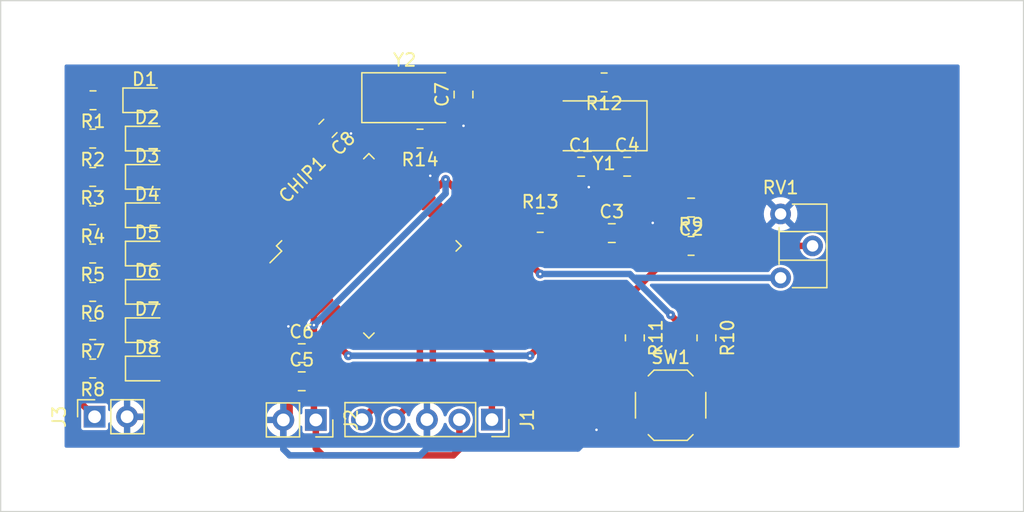
<source format=kicad_pcb>
(kicad_pcb (version 20221018) (generator pcbnew)
  (layers (0 "F.Cu" signal) (31 "B.Cu" signal) (34 "B.Paste" user) (35 "F.Paste" user) (36 "B.SilkS" user "B.Silkscreen") (37 "F.SilkS" user "F.Silkscreen") (38 "B.Mask" user) (39 "F.Mask" user) (44 "Edge.Cuts" user))
  (net 0 "")
  (net 1 "RA6")
  (net 2 "GND")
  (net 3 "Net-(C2-Pad1)")
  (net 4 "RA7")
  (net 5 "VCC")
  (net 6 "Net-(C7-Pad2)")
  (net 7 "RC1")
  (net 8 "RC7")
  (net 9 "RD4")
  (net 10 "RD5")
  (net 11 "RD6")
  (net 12 "RD7")
  (net 13 "RB0")
  (net 14 "RB1")
  (net 15 "RB2")
  (net 16 "RB3")
  (net 19 "RB4")
  (net 20 "RB5")
  (net 21 "RB6")
  (net 22 "RB7")
  (net 23 "Net-(CHIP1-RE3{slash}~MCLR{slash}VPP)")
  (net 24 "RA0")
  (net 25 "RA1")
  (net 26 "RA2")
  (net 27 "RA3")
  (net 28 "RA4")
  (net 29 "RA5")
  (net 30 "RE0")
  (net 31 "RE1")
  (net 32 "RE2")
  (net 33 "RC0")
  (net 36 "RC2")
  (net 37 "RC3")
  (net 38 "RD0")
  (net 39 "RD1")
  (net 40 "RD2")
  (net 41 "RD3")
  (net 42 "RC4")
  (net 43 "RC5")
  (net 44 "RC6")
  (net 45 "Net-(D1-K)")
  (net 46 "Net-(D2-K)")
  (net 47 "Net-(D3-K)")
  (net 48 "Net-(D4-K)")
  (net 49 "Net-(D5-K)")
  (net 50 "Net-(D6-K)")
  (net 51 "Net-(D7-K)")
  (net 52 "Net-(D8-K)")
  (net 53 "Net-(J3-Pin_1)")
  (net 54 "Net-(R10-Pad2)")
  (footprint "Connector_PinSocket_2.54mm:PinSocket_1x02_P2.54mm_Vertical" (layer "F.Cu") (at 74.65 82.825 -90)
    (fp_text reference "J2" (at 0 -2.77 90) (layer "F.SilkS"))
    (fp_text value "Header 2/SM")
    (fp_line (start -1.33 1.27) (end -1.33 3.87) (stroke (width 0.12)) (layer "F.SilkS"))
    (fp_line (start -1.33 1.27) (end 1.33 1.27) (stroke (width 0.12)) (layer "F.SilkS"))
    (fp_line (start -1.33 3.87) (end 1.33 3.87) (stroke (width 0.12)) (layer "F.SilkS"))
    (fp_line (start 0 -1.33) (end 1.33 -1.33) (stroke (width 0.12)) (layer "F.SilkS"))
    (fp_line (start 1.33 -1.33) (end 1.33 0) (stroke (width 0.12)) (layer "F.SilkS"))
    (fp_line (start 1.33 1.27) (end 1.33 3.87) (stroke (width 0.12)) (layer "F.SilkS"))
    (pad "1" thru_hole rect (at 0 0 270) (size 1.7 1.7) (drill 1) (layers "*.Cu" "*.Mask") (net 5 "VCC"))
    (pad "2" thru_hole oval (at 0 2.54 270) (size 1.7 1.7) (drill 1) (layers "*.Cu" "*.Mask") (net 2 "GND"))
  )
  (footprint "Resistor_SMD:R_0805_2012Metric" (layer "F.Cu") (at 57.225 57.8 180)
    (fp_text reference "R1" (at 0 -1.65) (layer "F.SilkS"))
    (fp_text value "750")
    (fp_line (start -0.227064 -0.735) (end 0.227064 -0.735) (stroke (width 0.12)) (layer "F.SilkS"))
    (fp_line (start -0.227064 0.735) (end 0.227064 0.735) (stroke (width 0.12)) (layer "F.SilkS"))
    (pad "1" smd roundrect (at -0.9125 0 180) (size 1.025 1.4) (layers "F.Cu" "F.Paste" "F.Mask") (roundrect_rratio 0.243902439) (net 45 "Net-(D1-K)"))
    (pad "2" smd roundrect (at 0.9125 0 180) (size 1.025 1.4) (layers "F.Cu" "F.Paste" "F.Mask") (roundrect_rratio 0.243902439) (net 53 "Net-(J3-Pin_1)"))
  )
  (footprint "Resistor_SMD:R_0805_2012Metric" (layer "F.Cu") (at 57.2 75.8 180)
    (fp_text reference "R7" (at 0 -1.65) (layer "F.SilkS"))
    (fp_text value "750")
    (fp_line (start -0.227064 -0.735) (end 0.227064 -0.735) (stroke (width 0.12)) (layer "F.SilkS"))
    (fp_line (start -0.227064 0.735) (end 0.227064 0.735) (stroke (width 0.12)) (layer "F.SilkS"))
    (pad "1" smd roundrect (at -0.9125 0 180) (size 1.025 1.4) (layers "F.Cu" "F.Paste" "F.Mask") (roundrect_rratio 0.243902439) (net 51 "Net-(D7-K)"))
    (pad "2" smd roundrect (at 0.9125 0 180) (size 1.025 1.4) (layers "F.Cu" "F.Paste" "F.Mask") (roundrect_rratio 0.243902439) (net 53 "Net-(J3-Pin_1)"))
  )
  (footprint "Resistor_SMD:R_0805_2012Metric" (layer "F.Cu") (at 82.8 60.8 180)
    (fp_text reference "R14" (at 0 -1.65) (layer "F.SilkS"))
    (fp_text value "220k")
    (fp_line (start -0.227064 -0.735) (end 0.227064 -0.735) (stroke (width 0.12)) (layer "F.SilkS"))
    (fp_line (start -0.227064 0.735) (end 0.227064 0.735) (stroke (width 0.12)) (layer "F.SilkS"))
    (pad "1" smd roundrect (at -0.9125 0 180) (size 1.025 1.4) (layers "F.Cu" "F.Paste" "F.Mask") (roundrect_rratio 0.243902439) (net 6 "Net-(C7-Pad2)"))
    (pad "2" smd roundrect (at 0.9125 0 180) (size 1.025 1.4) (layers "F.Cu" "F.Paste" "F.Mask") (roundrect_rratio 0.243902439) (net 33 "RC0"))
  )
  (footprint "Crystal:Crystal_SMD_0603-2Pin_6.0x3.5mm" (layer "F.Cu") (at 81.6 57.6)
    (fp_text reference "Y2" (at 0 -2.95) (layer "F.SilkS"))
    (fp_text value "Crystal")
    (fp_line (start -3.35 -1.95) (end -3.35 1.95) (stroke (width 0.12)) (layer "F.SilkS"))
    (fp_line (start -3.35 1.95) (end 3.2 1.95) (stroke (width 0.12)) (layer "F.SilkS"))
    (fp_line (start 3.2 -1.95) (end -3.35 -1.95) (stroke (width 0.12)) (layer "F.SilkS"))
    (pad "1" smd rect (at -2.2 0) (size 1.9 2.5) (layers "F.Cu" "F.Paste" "F.Mask") (net 7 "RC1"))
    (pad "2" smd rect (at 2.2 0) (size 1.9 2.5) (layers "F.Cu" "F.Paste" "F.Mask") (net 6 "Net-(C7-Pad2)"))
  )
  (footprint "Capacitor_SMD:C_0805_2012Metric" (layer "F.Cu") (at 73.55 79.8)
    (fp_text reference "C5" (at 0 -1.68) (layer "F.SilkS"))
    (fp_text value "C")
    (fp_line (start -0.261252 -0.735) (end 0.261252 -0.735) (stroke (width 0.12)) (layer "F.SilkS"))
    (fp_line (start -0.261252 0.735) (end 0.261252 0.735) (stroke (width 0.12)) (layer "F.SilkS"))
    (pad "1" smd roundrect (at -0.95 0) (size 1 1.45) (layers "F.Cu" "F.Paste" "F.Mask") (net 2 "GND"))
    (pad "2" smd roundrect (at 0.95 0) (size 1 1.45) (layers "F.Cu" "F.Paste" "F.Mask") (net 5 "VCC"))
  )
  (footprint "Capacitor_SMD:C_0805_2012Metric" (layer "F.Cu") (at 86.2 57.35 90)
    (fp_text reference "C7" (at 0 -1.68 90) (layer "F.SilkS"))
    (fp_text value "C")
    (fp_line (start -0.261252 -0.735) (end 0.261252 -0.735) (stroke (width 0.12)) (layer "F.SilkS"))
    (fp_line (start -0.261252 0.735) (end 0.261252 0.735) (stroke (width 0.12)) (layer "F.SilkS"))
    (pad "1" smd roundrect (at -0.95 0 90) (size 1 1.45) (layers "F.Cu" "F.Paste" "F.Mask") (net 2 "GND"))
    (pad "2" smd roundrect (at 0.95 0 90) (size 1 1.45) (layers "F.Cu" "F.Paste" "F.Mask") (net 6 "Net-(C7-Pad2)"))
  )
  (footprint "Diode_SMD:D_0805_2012Metric" (layer "F.Cu") (at 61.45 69.8)
    (fp_text reference "D5" (at 0 -1.65) (layer "F.SilkS"))
    (fp_text value "LED")
    (fp_line (start -1.685 -0.96) (end -1.685 0.96) (stroke (width 0.12)) (layer "F.SilkS"))
    (fp_line (start -1.685 0.96) (end 1 0.96) (stroke (width 0.12)) (layer "F.SilkS"))
    (fp_line (start 1 -0.96) (end -1.685 -0.96) (stroke (width 0.12)) (layer "F.SilkS"))
    (pad "1" smd roundrect (at -0.9375 0) (size 0.975 1.4) (layers "F.Cu" "F.Paste" "F.Mask") (net 49 "Net-(D5-K)"))
    (pad "2" smd roundrect (at 0.9375 0) (size 0.975 1.4) (layers "F.Cu" "F.Paste" "F.Mask") (net 9 "RD4"))
  )
  (footprint "Diode_SMD:D_0805_2012Metric" (layer "F.Cu") (at 61.45 60.8)
    (fp_text reference "D2" (at 0 -1.65) (layer "F.SilkS"))
    (fp_text value "LED")
    (fp_line (start -1.685 -0.96) (end -1.685 0.96) (stroke (width 0.12)) (layer "F.SilkS"))
    (fp_line (start -1.685 0.96) (end 1 0.96) (stroke (width 0.12)) (layer "F.SilkS"))
    (fp_line (start 1 -0.96) (end -1.685 -0.96) (stroke (width 0.12)) (layer "F.SilkS"))
    (pad "1" smd roundrect (at -0.9375 0) (size 0.975 1.4) (layers "F.Cu" "F.Paste" "F.Mask") (net 46 "Net-(D2-K)"))
    (pad "2" smd roundrect (at 0.9375 0) (size 0.975 1.4) (layers "F.Cu" "F.Paste" "F.Mask") (net 39 "RD1"))
  )
  (footprint "Resistor_SMD:R_0805_2012Metric" (layer "F.Cu") (at 57.2 69.8 180)
    (fp_text reference "R5" (at 0 -1.65) (layer "F.SilkS"))
    (fp_text value "750")
    (fp_line (start -0.227064 -0.735) (end 0.227064 -0.735) (stroke (width 0.12)) (layer "F.SilkS"))
    (fp_line (start -0.227064 0.735) (end 0.227064 0.735) (stroke (width 0.12)) (layer "F.SilkS"))
    (pad "1" smd roundrect (at -0.9125 0 180) (size 1.025 1.4) (layers "F.Cu" "F.Paste" "F.Mask") (roundrect_rratio 0.243902439) (net 49 "Net-(D5-K)"))
    (pad "2" smd roundrect (at 0.9125 0 180) (size 1.025 1.4) (layers "F.Cu" "F.Paste" "F.Mask") (roundrect_rratio 0.243902439) (net 53 "Net-(J3-Pin_1)"))
  )
  (footprint "Diode_SMD:D_0805_2012Metric" (layer "F.Cu") (at 61.45 66.8)
    (fp_text reference "D4" (at 0 -1.65) (layer "F.SilkS"))
    (fp_text value "LED")
    (fp_line (start -1.685 -0.96) (end -1.685 0.96) (stroke (width 0.12)) (layer "F.SilkS"))
    (fp_line (start -1.685 0.96) (end 1 0.96) (stroke (width 0.12)) (layer "F.SilkS"))
    (fp_line (start 1 -0.96) (end -1.685 -0.96) (stroke (width 0.12)) (layer "F.SilkS"))
    (pad "1" smd roundrect (at -0.9375 0) (size 0.975 1.4) (layers "F.Cu" "F.Paste" "F.Mask") (net 48 "Net-(D4-K)"))
    (pad "2" smd roundrect (at 0.9375 0) (size 0.975 1.4) (layers "F.Cu" "F.Paste" "F.Mask") (net 41 "RD3"))
  )
  (footprint "Resistor_SMD:R_0805_2012Metric" (layer "F.Cu") (at 104 69.2)
    (fp_text reference "R9" (at 0 -1.65) (layer "F.SilkS"))
    (fp_text value "1k")
    (fp_line (start -0.227064 -0.735) (end 0.227064 -0.735) (stroke (width 0.12)) (layer "F.SilkS"))
    (fp_line (start -0.227064 0.735) (end 0.227064 0.735) (stroke (width 0.12)) (layer "F.SilkS"))
    (pad "1" smd roundrect (at -0.9125 0) (size 1.025 1.4) (layers "F.Cu" "F.Paste" "F.Mask") (roundrect_rratio 0.243902439) (net 24 "RA0"))
    (pad "2" smd roundrect (at 0.9125 0) (size 1.025 1.4) (layers "F.Cu" "F.Paste" "F.Mask") (roundrect_rratio 0.243902439) (net 3 "Net-(C2-Pad1)"))
  )
  (footprint "Resistor_SMD:R_0805_2012Metric" (layer "F.Cu") (at 57.2 78.8 180)
    (fp_text reference "R8" (at 0 -1.65) (layer "F.SilkS"))
    (fp_text value "750")
    (fp_line (start -0.227064 -0.735) (end 0.227064 -0.735) (stroke (width 0.12)) (layer "F.SilkS"))
    (fp_line (start -0.227064 0.735) (end 0.227064 0.735) (stroke (width 0.12)) (layer "F.SilkS"))
    (pad "1" smd roundrect (at -0.9125 0 180) (size 1.025 1.4) (layers "F.Cu" "F.Paste" "F.Mask") (roundrect_rratio 0.243902439) (net 52 "Net-(D8-K)"))
    (pad "2" smd roundrect (at 0.9125 0 180) (size 1.025 1.4) (layers "F.Cu" "F.Paste" "F.Mask") (roundrect_rratio 0.243902439) (net 53 "Net-(J3-Pin_1)"))
  )
  (footprint "Potentiometer_THT:Potentiometer_ACP_CA6-H2,5_Horizontal" (layer "F.Cu") (at 111 66.7)
    (fp_text reference "RV1" (at 0 -2.06) (layer "F.SilkS"))
    (fp_text value "R_Potentiometer")
    (fp_line (start -0.121 1.066) (end -0.121 3.935) (stroke (width 0.12)) (layer "F.SilkS"))
    (fp_line (start -0.121 1.38) (end -0.121 3.62) (stroke (width 0.12)) (layer "F.SilkS"))
    (fp_line (start -0.121 1.38) (end 3.62 1.38) (stroke (width 0.12)) (layer "F.SilkS"))
    (fp_line (start -0.121 3.62) (end 3.62 3.62) (stroke (width 0.12)) (layer "F.SilkS"))
    (fp_line (start 0.925 -0.77) (end 3.62 -0.77) (stroke (width 0.12)) (layer "F.SilkS"))
    (fp_line (start 0.925 5.77) (end 3.62 5.77) (stroke (width 0.12)) (layer "F.SilkS"))
    (fp_line (start 3.62 -0.77) (end 3.62 5.77) (stroke (width 0.12)) (layer "F.SilkS"))
    (fp_line (start 3.62 1.38) (end 3.62 3.62) (stroke (width 0.12)) (layer "F.SilkS"))
    (pad "1" thru_hole circle (at 0 0) (size 1.62 1.62) (drill 0.9) (layers "*.Cu" "*.Mask") (net 2 "GND"))
    (pad "2" thru_hole circle (at 2.5 2.5) (size 1.62 1.62) (drill 0.9) (layers "*.Cu" "*.Mask") (net 3 "Net-(C2-Pad1)"))
    (pad "3" thru_hole circle (at 0 5) (size 1.62 1.62) (drill 0.9) (layers "*.Cu" "*.Mask") (net 5 "VCC"))
  )
  (footprint "Diode_SMD:D_0805_2012Metric" (layer "F.Cu") (at 61.45 63.8)
    (fp_text reference "D3" (at 0 -1.65) (layer "F.SilkS"))
    (fp_text value "LED")
    (fp_line (start -1.685 -0.96) (end -1.685 0.96) (stroke (width 0.12)) (layer "F.SilkS"))
    (fp_line (start -1.685 0.96) (end 1 0.96) (stroke (width 0.12)) (layer "F.SilkS"))
    (fp_line (start 1 -0.96) (end -1.685 -0.96) (stroke (width 0.12)) (layer "F.SilkS"))
    (pad "1" smd roundrect (at -0.9375 0) (size 0.975 1.4) (layers "F.Cu" "F.Paste" "F.Mask") (net 47 "Net-(D3-K)"))
    (pad "2" smd roundrect (at 0.9375 0) (size 0.975 1.4) (layers "F.Cu" "F.Paste" "F.Mask") (net 40 "RD2"))
  )
  (footprint "Diode_SMD:D_0805_2012Metric" (layer "F.Cu") (at 61.45 75.8)
    (fp_text reference "D7" (at 0 -1.65) (layer "F.SilkS"))
    (fp_text value "LED")
    (fp_line (start -1.685 -0.96) (end -1.685 0.96) (stroke (width 0.12)) (layer "F.SilkS"))
    (fp_line (start -1.685 0.96) (end 1 0.96) (stroke (width 0.12)) (layer "F.SilkS"))
    (fp_line (start 1 -0.96) (end -1.685 -0.96) (stroke (width 0.12)) (layer "F.SilkS"))
    (pad "1" smd roundrect (at -0.9375 0) (size 0.975 1.4) (layers "F.Cu" "F.Paste" "F.Mask") (net 51 "Net-(D7-K)"))
    (pad "2" smd roundrect (at 0.9375 0) (size 0.975 1.4) (layers "F.Cu" "F.Paste" "F.Mask") (net 11 "RD6"))
  )
  (footprint "Resistor_SMD:R_0805_2012Metric" (layer "F.Cu") (at 105.2 76.4 -90)
    (fp_text reference "R10" (at 0 -1.65 90) (layer "F.SilkS"))
    (fp_text value "10k")
    (fp_line (start -0.227064 -0.735) (end 0.227064 -0.735) (stroke (width 0.12)) (layer "F.SilkS"))
    (fp_line (start -0.227064 0.735) (end 0.227064 0.735) (stroke (width 0.12)) (layer "F.SilkS"))
    (pad "1" smd roundrect (at -0.9125 0 270) (size 1.025 1.4) (layers "F.Cu" "F.Paste" "F.Mask") (roundrect_rratio 0.243902439) (net 5 "VCC"))
    (pad "2" smd roundrect (at 0.9125 0 270) (size 1.025 1.4) (layers "F.Cu" "F.Paste" "F.Mask") (roundrect_rratio 0.243902439) (net 54 "Net-(R10-Pad2)"))
  )
  (footprint "Resistor_SMD:R_0805_2012Metric" (layer "F.Cu") (at 57.2 72.8 180)
    (fp_text reference "R6" (at 0 -1.65) (layer "F.SilkS"))
    (fp_text value "750")
    (fp_line (start -0.227064 -0.735) (end 0.227064 -0.735) (stroke (width 0.12)) (layer "F.SilkS"))
    (fp_line (start -0.227064 0.735) (end 0.227064 0.735) (stroke (width 0.12)) (layer "F.SilkS"))
    (pad "1" smd roundrect (at -0.9125 0 180) (size 1.025 1.4) (layers "F.Cu" "F.Paste" "F.Mask") (roundrect_rratio 0.243902439) (net 50 "Net-(D6-K)"))
    (pad "2" smd roundrect (at 0.9125 0 180) (size 1.025 1.4) (layers "F.Cu" "F.Paste" "F.Mask") (roundrect_rratio 0.243902439) (net 53 "Net-(J3-Pin_1)"))
  )
  (footprint "Button_Switch_SMD:SW_Push_1P1T_XKB_TS-1187A" (layer "F.Cu") (at 102.4 81.675)
    (fp_text reference "SW1" (at 0 -3.75) (layer "F.SilkS"))
    (fp_text value "SW_Push")
    (fp_line (start -2.75 -1) (end -2.75 1) (stroke (width 0.12)) (layer "F.SilkS"))
    (fp_line (start -1.75 -2.3) (end -1.3 -2.75) (stroke (width 0.12)) (layer "F.SilkS"))
    (fp_line (start -1.75 2.3) (end -1.3 2.75) (stroke (width 0.12)) (layer "F.SilkS"))
    (fp_line (start -1.3 -2.75) (end 1.3 -2.75) (stroke (width 0.12)) (layer "F.SilkS"))
    (fp_line (start -1.3 2.75) (end 1.3 2.75) (stroke (width 0.12)) (layer "F.SilkS"))
    (fp_line (start 1.75 -2.3) (end 1.3 -2.75) (stroke (width 0.12)) (layer "F.SilkS"))
    (fp_line (start 1.75 2.3) (end 1.3 2.75) (stroke (width 0.12)) (layer "F.SilkS"))
    (fp_line (start 2.75 -1) (end 2.75 1) (stroke (width 0.12)) (layer "F.SilkS"))
    (pad "1" smd rect (at -3 -1.875) (size 1 0.75) (layers "F.Cu" "F.Paste" "F.Mask") (net 54 "Net-(R10-Pad2)"))
    (pad "1" smd rect (at 3 -1.875) (size 1 0.75) (layers "F.Cu" "F.Paste" "F.Mask") (net 54 "Net-(R10-Pad2)"))
    (pad "2" smd rect (at -3 1.875) (size 1 0.75) (layers "F.Cu" "F.Paste" "F.Mask") (net 2 "GND"))
    (pad "2" smd rect (at 3 1.875) (size 1 0.75) (layers "F.Cu" "F.Paste" "F.Mask") (net 2 "GND"))
  )
  (footprint "Diode_SMD:D_0805_2012Metric" (layer "F.Cu") (at 61.45 72.8)
    (fp_text reference "D6" (at 0 -1.65) (layer "F.SilkS"))
    (fp_text value "LED")
    (fp_line (start -1.685 -0.96) (end -1.685 0.96) (stroke (width 0.12)) (layer "F.SilkS"))
    (fp_line (start -1.685 0.96) (end 1 0.96) (stroke (width 0.12)) (layer "F.SilkS"))
    (fp_line (start 1 -0.96) (end -1.685 -0.96) (stroke (width 0.12)) (layer "F.SilkS"))
    (pad "1" smd roundrect (at -0.9375 0) (size 0.975 1.4) (layers "F.Cu" "F.Paste" "F.Mask") (net 50 "Net-(D6-K)"))
    (pad "2" smd roundrect (at 0.9375 0) (size 0.975 1.4) (layers "F.Cu" "F.Paste" "F.Mask") (net 10 "RD5"))
  )
  (footprint "Diode_SMD:D_0805_2012Metric" (layer "F.Cu") (at 61.45 78.8)
    (fp_text reference "D8" (at 0 -1.65) (layer "F.SilkS"))
    (fp_text value "LED")
    (fp_line (start -1.685 -0.96) (end -1.685 0.96) (stroke (width 0.12)) (layer "F.SilkS"))
    (fp_line (start -1.685 0.96) (end 1 0.96) (stroke (width 0.12)) (layer "F.SilkS"))
    (fp_line (start 1 -0.96) (end -1.685 -0.96) (stroke (width 0.12)) (layer "F.SilkS"))
    (pad "1" smd roundrect (at -0.9375 0) (size 0.975 1.4) (layers "F.Cu" "F.Paste" "F.Mask") (net 52 "Net-(D8-K)"))
    (pad "2" smd roundrect (at 0.9375 0) (size 0.975 1.4) (layers "F.Cu" "F.Paste" "F.Mask") (net 12 "RD7"))
  )
  (footprint "Connector_PinSocket_2.54mm:PinSocket_1x05_P2.54mm_Vertical" (layer "F.Cu") (at 88.42 82.8 -90)
    (fp_text reference "J1" (at 0 -2.77 90) (layer "F.SilkS"))
    (fp_text value "INPUT CONNECTOR")
    (fp_line (start -1.33 1.27) (end -1.33 11.49) (stroke (width 0.12)) (layer "F.SilkS"))
    (fp_line (start -1.33 1.27) (end 1.33 1.27) (stroke (width 0.12)) (layer "F.SilkS"))
    (fp_line (start -1.33 11.49) (end 1.33 11.49) (stroke (width 0.12)) (layer "F.SilkS"))
    (fp_line (start 0 -1.33) (end 1.33 -1.33) (stroke (width 0.12)) (layer "F.SilkS"))
    (fp_line (start 1.33 -1.33) (end 1.33 0) (stroke (width 0.12)) (layer "F.SilkS"))
    (fp_line (start 1.33 1.27) (end 1.33 11.49) (stroke (width 0.12)) (layer "F.SilkS"))
    (pad "1" thru_hole rect (at 0 0 270) (size 1.7 1.7) (drill 1) (layers "*.Cu" "*.Mask") (net 23 "Net-(CHIP1-RE3{slash}~MCLR{slash}VPP)"))
    (pad "2" thru_hole oval (at 0 2.54 270) (size 1.7 1.7) (drill 1) (layers "*.Cu" "*.Mask") (net 5 "VCC"))
    (pad "3" thru_hole oval (at 0 5.08 270) (size 1.7 1.7) (drill 1) (layers "*.Cu" "*.Mask") (net 2 "GND"))
    (pad "4" thru_hole oval (at 0 7.62 270) (size 1.7 1.7) (drill 1) (layers "*.Cu" "*.Mask") (net 22 "RB7"))
    (pad "5" thru_hole oval (at 0 10.16 270) (size 1.7 1.7) (drill 1) (layers "*.Cu" "*.Mask") (net 21 "RB6"))
  )
  (footprint "Resistor_SMD:R_0805_2012Metric" (layer "F.Cu") (at 57.2 60.8 180)
    (fp_text reference "R2" (at 0 -1.65) (layer "F.SilkS"))
    (fp_text value "750")
    (fp_line (start -0.227064 -0.735) (end 0.227064 -0.735) (stroke (width 0.12)) (layer "F.SilkS"))
    (fp_line (start -0.227064 0.735) (end 0.227064 0.735) (stroke (width 0.12)) (layer "F.SilkS"))
    (pad "1" smd roundrect (at -0.9125 0 180) (size 1.025 1.4) (layers "F.Cu" "F.Paste" "F.Mask") (roundrect_rratio 0.243902439) (net 46 "Net-(D2-K)"))
    (pad "2" smd roundrect (at 0.9125 0 180) (size 1.025 1.4) (layers "F.Cu" "F.Paste" "F.Mask") (roundrect_rratio 0.243902439) (net 53 "Net-(J3-Pin_1)"))
  )
  (footprint "Resistor_SMD:R_0805_2012Metric" (layer "F.Cu") (at 92.2 67.4)
    (fp_text reference "R13" (at 0 -1.65) (layer "F.SilkS"))
    (fp_text value "10k")
    (fp_line (start -0.227064 -0.735) (end 0.227064 -0.735) (stroke (width 0.12)) (layer "F.SilkS"))
    (fp_line (start -0.227064 0.735) (end 0.227064 0.735) (stroke (width 0.12)) (layer "F.SilkS"))
    (pad "1" smd roundrect (at -0.9125 0) (size 1.025 1.4) (layers "F.Cu" "F.Paste" "F.Mask") (roundrect_rratio 0.243902439) (net 5 "VCC"))
    (pad "2" smd roundrect (at 0.9125 0) (size 1.025 1.4) (layers "F.Cu" "F.Paste" "F.Mask") (roundrect_rratio 0.243902439) (net 4 "RA7"))
  )
  (footprint "Capacitor_SMD:C_0805_2012Metric" (layer "F.Cu") (at 73.55 77.6)
    (fp_text reference "C6" (at 0 -1.68) (layer "F.SilkS"))
    (fp_text value "C")
    (fp_line (start -0.261252 -0.735) (end 0.261252 -0.735) (stroke (width 0.12)) (layer "F.SilkS"))
    (fp_line (start -0.261252 0.735) (end 0.261252 0.735) (stroke (width 0.12)) (layer "F.SilkS"))
    (pad "1" smd roundrect (at -0.95 0) (size 1 1.45) (layers "F.Cu" "F.Paste" "F.Mask") (net 2 "GND"))
    (pad "2" smd roundrect (at 0.95 0) (size 1 1.45) (layers "F.Cu" "F.Paste" "F.Mask") (net 5 "VCC"))
  )
  (footprint "Capacitor_SMD:C_0805_2012Metric" (layer "F.Cu") (at 104 66.2 180)
    (fp_text reference "C2" (at 0 -1.68) (layer "F.SilkS"))
    (fp_text value "C")
    (fp_line (start -0.261252 -0.735) (end 0.261252 -0.735) (stroke (width 0.12)) (layer "F.SilkS"))
    (fp_line (start -0.261252 0.735) (end 0.261252 0.735) (stroke (width 0.12)) (layer "F.SilkS"))
    (pad "1" smd roundrect (at -0.95 0 180) (size 1 1.45) (layers "F.Cu" "F.Paste" "F.Mask") (net 3 "Net-(C2-Pad1)"))
    (pad "2" smd roundrect (at 0.95 0 180) (size 1 1.45) (layers "F.Cu" "F.Paste" "F.Mask") (net 2 "GND"))
  )
  (footprint "Package_QFP:LQFP-44_10x10mm_P0.8mm" (layer "F.Cu") (at 78.8 69.2 45)
    (fp_text reference "CHIP1" (at 0 -7.35 45) (layer "F.SilkS"))
    (fp_text value "PIC16F887-I_PT")
    (fp_line (start -5.11 -5.11) (end -5.11 -4.535) (stroke (width 0.12)) (layer "F.SilkS"))
    (fp_line (start -5.11 -4.535) (end -6.4 -4.535) (stroke (width 0.12)) (layer "F.SilkS"))
    (fp_line (start -5.11 5.11) (end -5.11 4.535) (stroke (width 0.12)) (layer "F.SilkS"))
    (fp_line (start -4.535 -5.11) (end -5.11 -5.11) (stroke (width 0.12)) (layer "F.SilkS"))
    (fp_line (start -4.535 5.11) (end -5.11 5.11) (stroke (width 0.12)) (layer "F.SilkS"))
    (fp_line (start 4.535 -5.11) (end 5.11 -5.11) (stroke (width 0.12)) (layer "F.SilkS"))
    (fp_line (start 4.535 5.11) (end 5.11 5.11) (stroke (width 0.12)) (layer "F.SilkS"))
    (fp_line (start 5.11 -5.11) (end 5.11 -4.535) (stroke (width 0.12)) (layer "F.SilkS"))
    (fp_line (start 5.11 5.11) (end 5.11 4.535) (stroke (width 0.12)) (layer "F.SilkS"))
    (pad "1" smd roundrect (at -5.6625 -4 45) (size 1.475 0.55) (layers "F.Cu" "F.Paste" "F.Mask") (net 8 "RC7"))
    (pad "2" smd roundrect (at -5.6625 -3.2 45) (size 1.475 0.55) (layers "F.Cu" "F.Paste" "F.Mask") (net 9 "RD4"))
    (pad "3" smd roundrect (at -5.6625 -2.4 45) (size 1.475 0.55) (layers "F.Cu" "F.Paste" "F.Mask") (net 10 "RD5"))
    (pad "4" smd roundrect (at -5.6625 -1.6 45) (size 1.475 0.55) (layers "F.Cu" "F.Paste" "F.Mask") (net 11 "RD6"))
    (pad "5" smd roundrect (at -5.6625 -0.8 45) (size 1.475 0.55) (layers "F.Cu" "F.Paste" "F.Mask") (net 12 "RD7"))
    (pad "6" smd roundrect (at -5.6625 0 45) (size 1.475 0.55) (layers "F.Cu" "F.Paste" "F.Mask") (net 2 "GND"))
    (pad "7" smd roundrect (at -5.6625 0.8 45) (size 1.475 0.55) (layers "F.Cu" "F.Paste" "F.Mask") (net 5 "VCC"))
    (pad "8" smd roundrect (at -5.6625 1.6 45) (size 1.475 0.55) (layers "F.Cu" "F.Paste" "F.Mask") (net 13 "RB0"))
    (pad "9" smd roundrect (at -5.6625 2.4 45) (size 1.475 0.55) (layers "F.Cu" "F.Paste" "F.Mask") (net 14 "RB1"))
    (pad "10" smd roundrect (at -5.6625 3.2 45) (size 1.475 0.55) (layers "F.Cu" "F.Paste" "F.Mask") (net 15 "RB2"))
    (pad "11" smd roundrect (at -5.6625 4 45) (size 1.475 0.55) (layers "F.Cu" "F.Paste" "F.Mask") (net 16 "RB3"))
    (pad "12" smd roundrect (at -4 5.6625 45) (size 0.55 1.475) (layers "F.Cu" "F.Paste" "F.Mask"))
    (pad "13" smd roundrect (at -3.2 5.6625 45) (size 0.55 1.475) (layers "F.Cu" "F.Paste" "F.Mask"))
    (pad "14" smd roundrect (at -2.4 5.6625 45) (size 0.55 1.475) (layers "F.Cu" "F.Paste" "F.Mask") (net 19 "RB4"))
    (pad "15" smd roundrect (at -1.6 5.6625 45) (size 0.55 1.475) (layers "F.Cu" "F.Paste" "F.Mask") (net 20 "RB5"))
    (pad "16" smd roundrect (at -0.8 5.6625 45) (size 0.55 1.475) (layers "F.Cu" "F.Paste" "F.Mask") (net 21 "RB6"))
    (pad "17" smd roundrect (at 0 5.6625 45) (size 0.55 1.475) (layers "F.Cu" "F.Paste" "F.Mask") (net 22 "RB7"))
    (pad "18" smd roundrect (at 0.8 5.6625 45) (size 0.55 1.475) (layers "F.Cu" "F.Paste" "F.Mask") (net 23 "Net-(CHIP1-RE3{slash}~MCLR{slash}VPP)"))
    (pad "19" smd roundrect (at 1.6 5.6625 45) (size 0.55 1.475) (layers "F.Cu" "F.Paste" "F.Mask") (net 24 "RA0"))
    (pad "20" smd roundrect (at 2.4 5.6625 45) (size 0.55 1.475) (layers "F.Cu" "F.Paste" "F.Mask") (net 25 "RA1"))
    (pad "21" smd roundrect (at 3.2 5.6625 45) (size 0.55 1.475) (layers "F.Cu" "F.Paste" "F.Mask") (net 26 "RA2"))
    (pad "22" smd roundrect (at 4 5.6625 45) (size 0.55 1.475) (layers "F.Cu" "F.Paste" "F.Mask") (net 27 "RA3"))
    (pad "23" smd roundrect (at 5.6625 4 45) (size 1.475 0.55) (layers "F.Cu" "F.Paste" "F.Mask") (net 28 "RA4"))
    (pad "24" smd roundrect (at 5.6625 3.2 45) (size 1.475 0.55) (layers "F.Cu" "F.Paste" "F.Mask") (net 29 "RA5"))
    (pad "25" smd roundrect (at 5.6625 2.4 45) (size 1.475 0.55) (layers "F.Cu" "F.Paste" "F.Mask") (net 30 "RE0"))
    (pad "26" smd roundrect (at 5.6625 1.6 45) (size 1.475 0.55) (layers "F.Cu" "F.Paste" "F.Mask") (net 31 "RE1"))
    (pad "27" smd roundrect (at 5.6625 0.8 45) (size 1.475 0.55) (layers "F.Cu" "F.Paste" "F.Mask") (net 32 "RE2"))
    (pad "28" smd roundrect (at 5.6625 0 45) (size 1.475 0.55) (layers "F.Cu" "F.Paste" "F.Mask") (net 5 "VCC"))
    (pad "29" smd roundrect (at 5.6625 -0.8 45) (size 1.475 0.55) (layers "F.Cu" "F.Paste" "F.Mask") (net 2 "GND"))
    (pad "30" smd roundrect (at 5.6625 -1.6 45) (size 1.475 0.55) (layers "F.Cu" "F.Paste" "F.Mask") (net 4 "RA7"))
    (pad "31" smd roundrect (at 5.6625 -2.4 45) (size 1.475 0.55) (layers "F.Cu" "F.Paste" "F.Mask") (net 1 "RA6"))
    (pad "32" smd roundrect (at 5.6625 -3.2 45) (size 1.475 0.55) (layers "F.Cu" "F.Paste" "F.Mask") (net 33 "RC0"))
    (pad "33" smd roundrect (at 5.6625 -4 45) (size 1.475 0.55) (layers "F.Cu" "F.Paste" "F.Mask"))
    (pad "34" smd roundrect (at 4 -5.6625 45) (size 0.55 1.475) (layers "F.Cu" "F.Paste" "F.Mask"))
    (pad "35" smd roundrect (at 3.2 -5.6625 45) (size 0.55 1.475) (layers "F.Cu" "F.Paste" "F.Mask") (net 7 "RC1"))
    (pad "36" smd roundrect (at 2.4 -5.6625 45) (size 0.55 1.475) (layers "F.Cu" "F.Paste" "F.Mask") (net 36 "RC2"))
    (pad "37" smd roundrect (at 1.6 -5.6625 45) (size 0.55 1.475) (layers "F.Cu" "F.Paste" "F.Mask") (net 37 "RC3"))
    (pad "38" smd roundrect (at 0.8 -5.6625 45) (size 0.55 1.475) (layers "F.Cu" "F.Paste" "F.Mask") (net 38 "RD0"))
    (pad "39" smd roundrect (at 0 -5.6625 45) (size 0.55 1.475) (layers "F.Cu" "F.Paste" "F.Mask") (net 39 "RD1"))
    (pad "40" smd roundrect (at -0.8 -5.6625 45) (size 0.55 1.475) (layers "F.Cu" "F.Paste" "F.Mask") (net 40 "RD2"))
    (pad "41" smd roundrect (at -1.6 -5.6625 45) (size 0.55 1.475) (layers "F.Cu" "F.Paste" "F.Mask") (net 41 "RD3"))
    (pad "42" smd roundrect (at -2.4 -5.6625 45) (size 0.55 1.475) (layers "F.Cu" "F.Paste" "F.Mask") (net 42 "RC4"))
    (pad "43" smd roundrect (at -3.2 -5.6625 45) (size 0.55 1.475) (layers "F.Cu" "F.Paste" "F.Mask") (net 43 "RC5"))
    (pad "44" smd roundrect (at -4 -5.6625 45) (size 0.55 1.475) (layers "F.Cu" "F.Paste" "F.Mask") (net 44 "RC6"))
  )
  (footprint "Capacitor_SMD:C_0805_2012Metric" (layer "F.Cu") (at 95.4 63)
    (fp_text reference "C1" (at 0 -1.68) (layer "F.SilkS"))
    (fp_text value "C")
    (fp_line (start -0.261252 -0.735) (end 0.261252 -0.735) (stroke (width 0.12)) (layer "F.SilkS"))
    (fp_line (start -0.261252 0.735) (end 0.261252 0.735) (stroke (width 0.12)) (layer "F.SilkS"))
    (pad "1" smd roundrect (at -0.95 0) (size 1 1.45) (layers "F.Cu" "F.Paste" "F.Mask") (net 1 "RA6"))
    (pad "2" smd roundrect (at 0.95 0) (size 1 1.45) (layers "F.Cu" "F.Paste" "F.Mask") (net 2 "GND"))
  )
  (footprint "Capacitor_SMD:C_0805_2012Metric" (layer "F.Cu") (at 75.6 60 -135)
    (fp_text reference "C8" (at 0 -1.68 45) (layer "F.SilkS"))
    (fp_text value "C")
    (fp_line (start -0.261252 -0.735) (end 0.261252 -0.735) (stroke (width 0.12)) (layer "F.SilkS"))
    (fp_line (start -0.261252 0.735) (end 0.261252 0.735) (stroke (width 0.12)) (layer "F.SilkS"))
    (pad "1" smd roundrect (at -0.95 0 225) (size 1 1.45) (layers "F.Cu" "F.Paste" "F.Mask") (net 2 "GND"))
    (pad "2" smd roundrect (at 0.95 0 225) (size 1 1.45) (layers "F.Cu" "F.Paste" "F.Mask") (net 7 "RC1"))
  )
  (footprint "Resistor_SMD:R_0805_2012Metric" (layer "F.Cu") (at 97.2 56.4 180)
    (fp_text reference "R12" (at 0 -1.65) (layer "F.SilkS"))
    (fp_text value "1M")
    (fp_line (start -0.227064 -0.735) (end 0.227064 -0.735) (stroke (width 0.12)) (layer "F.SilkS"))
    (fp_line (start -0.227064 0.735) (end 0.227064 0.735) (stroke (width 0.12)) (layer "F.SilkS"))
    (pad "1" smd roundrect (at -0.9125 0 180) (size 1.025 1.4) (layers "F.Cu" "F.Paste" "F.Mask") (roundrect_rratio 0.243902439) (net 4 "RA7"))
    (pad "2" smd roundrect (at 0.9125 0 180) (size 1.025 1.4) (layers "F.Cu" "F.Paste" "F.Mask") (roundrect_rratio 0.243902439) (net 1 "RA6"))
  )
  (footprint "Resistor_SMD:R_0805_2012Metric" (layer "F.Cu") (at 57.2 63.8 180)
    (fp_text reference "R3" (at 0 -1.65) (layer "F.SilkS"))
    (fp_text value "750")
    (fp_line (start -0.227064 -0.735) (end 0.227064 -0.735) (stroke (width 0.12)) (layer "F.SilkS"))
    (fp_line (start -0.227064 0.735) (end 0.227064 0.735) (stroke (width 0.12)) (layer "F.SilkS"))
    (pad "1" smd roundrect (at -0.9125 0 180) (size 1.025 1.4) (layers "F.Cu" "F.Paste" "F.Mask") (roundrect_rratio 0.243902439) (net 47 "Net-(D3-K)"))
    (pad "2" smd roundrect (at 0.9125 0 180) (size 1.025 1.4) (layers "F.Cu" "F.Paste" "F.Mask") (roundrect_rratio 0.243902439) (net 53 "Net-(J3-Pin_1)"))
  )
  (footprint "Connector_PinSocket_2.54mm:PinSocket_1x02_P2.54mm_Vertical" (layer "F.Cu") (at 57.35 82.575 90)
    (fp_text reference "J3" (at 0 -2.77 90) (layer "F.SilkS"))
    (fp_text value "Conn_01x02")
    (fp_line (start -1.33 1.27) (end -1.33 3.87) (stroke (width 0.12)) (layer "F.SilkS"))
    (fp_line (start -1.33 1.27) (end 1.33 1.27) (stroke (width 0.12)) (layer "F.SilkS"))
    (fp_line (start -1.33 3.87) (end 1.33 3.87) (stroke (width 0.12)) (layer "F.SilkS"))
    (fp_line (start 0 -1.33) (end 1.33 -1.33) (stroke (width 0.12)) (layer "F.SilkS"))
    (fp_line (start 1.33 -1.33) (end 1.33 0) (stroke (width 0.12)) (layer "F.SilkS"))
    (fp_line (start 1.33 1.27) (end 1.33 3.87) (stroke (width 0.12)) (layer "F.SilkS"))
    (pad "1" thru_hole rect (at 0 0 90) (size 1.7 1.7) (drill 1) (layers "*.Cu" "*.Mask") (net 53 "Net-(J3-Pin_1)"))
    (pad "2" thru_hole oval (at 0 2.54 90) (size 1.7 1.7) (drill 1) (layers "*.Cu" "*.Mask") (net 2 "GND"))
  )
  (footprint "Resistor_SMD:R_0805_2012Metric" (layer "F.Cu") (at 57.2 66.8 180)
    (fp_text reference "R4" (at 0 -1.65) (layer "F.SilkS"))
    (fp_text value "750")
    (fp_line (start -0.227064 -0.735) (end 0.227064 -0.735) (stroke (width 0.12)) (layer "F.SilkS"))
    (fp_line (start -0.227064 0.735) (end 0.227064 0.735) (stroke (width 0.12)) (layer "F.SilkS"))
    (pad "1" smd roundrect (at -0.9125 0 180) (size 1.025 1.4) (layers "F.Cu" "F.Paste" "F.Mask") (roundrect_rratio 0.243902439) (net 48 "Net-(D4-K)"))
    (pad "2" smd roundrect (at 0.9125 0 180) (size 1.025 1.4) (layers "F.Cu" "F.Paste" "F.Mask") (roundrect_rratio 0.243902439) (net 53 "Net-(J3-Pin_1)"))
  )
  (footprint "Capacitor_SMD:C_0805_2012Metric" (layer "F.Cu") (at 99 63)
    (fp_text reference "C4" (at 0 -1.68) (layer "F.SilkS"))
    (fp_text value "C")
    (fp_line (start -0.261252 -0.735) (end 0.261252 -0.735) (stroke (width 0.12)) (layer "F.SilkS"))
    (fp_line (start -0.261252 0.735) (end 0.261252 0.735) (stroke (width 0.12)) (layer "F.SilkS"))
    (pad "1" smd roundrect (at -0.95 0) (size 1 1.45) (layers "F.Cu" "F.Paste" "F.Mask") (net 2 "GND"))
    (pad "2" smd roundrect (at 0.95 0) (size 1 1.45) (layers "F.Cu" "F.Paste" "F.Mask") (net 4 "RA7"))
  )
  (footprint "Crystal:Crystal_SMD_0603-2Pin_6.0x3.5mm" (layer "F.Cu") (at 97.2 59.8 180)
    (fp_text reference "Y1" (at 0 -2.95) (layer "F.SilkS"))
    (fp_text value "Crystal")
    (fp_line (start -3.35 -1.95) (end -3.35 1.95) (stroke (width 0.12)) (layer "F.SilkS"))
    (fp_line (start -3.35 1.95) (end 3.2 1.95) (stroke (width 0.12)) (layer "F.SilkS"))
    (fp_line (start 3.2 -1.95) (end -3.35 -1.95) (stroke (width 0.12)) (layer "F.SilkS"))
    (pad "1" smd rect (at -2.2 0 180) (size 1.9 2.5) (layers "F.Cu" "F.Paste" "F.Mask") (net 4 "RA7"))
    (pad "2" smd rect (at 2.2 0 180) (size 1.9 2.5) (layers "F.Cu" "F.Paste" "F.Mask") (net 1 "RA6"))
  )
  (footprint "Capacitor_SMD:C_0805_2012Metric" (layer "F.Cu") (at 97.8 68.2)
    (fp_text reference "C3" (at 0 -1.68) (layer "F.SilkS"))
    (fp_text value "C")
    (fp_line (start -0.261252 -0.735) (end 0.261252 -0.735) (stroke (width 0.12)) (layer "F.SilkS"))
    (fp_line (start -0.261252 0.735) (end 0.261252 0.735) (stroke (width 0.12)) (layer "F.SilkS"))
    (pad "1" smd roundrect (at -0.95 0) (size 1 1.45) (layers "F.Cu" "F.Paste" "F.Mask") (net 4 "RA7"))
    (pad "2" smd roundrect (at 0.95 0) (size 1 1.45) (layers "F.Cu" "F.Paste" "F.Mask") (net 2 "GND"))
  )
  (footprint "Resistor_SMD:R_0805_2012Metric" (layer "F.Cu") (at 99.6 76.4 -90)
    (fp_text reference "R11" (at 0 -1.65 90) (layer "F.SilkS"))
    (fp_text value "1k")
    (fp_line (start -0.227064 -0.735) (end 0.227064 -0.735) (stroke (width 0.12)) (layer "F.SilkS"))
    (fp_line (start -0.227064 0.735) (end 0.227064 0.735) (stroke (width 0.12)) (layer "F.SilkS"))
    (pad "1" smd roundrect (at -0.9125 0 270) (size 1.025 1.4) (layers "F.Cu" "F.Paste" "F.Mask") (roundrect_rratio 0.243902439) (net 13 "RB0"))
    (pad "2" smd roundrect (at 0.9125 0 270) (size 1.025 1.4) (layers "F.Cu" "F.Paste" "F.Mask") (roundrect_rratio 0.243902439) (net 54 "Net-(R10-Pad2)"))
  )
  (footprint "Diode_SMD:D_0805_2012Metric" (layer "F.Cu") (at 61.25 57.8)
    (fp_text reference "D1" (at 0 -1.65) (layer "F.SilkS"))
    (fp_text value "LED")
    (fp_line (start -1.685 -0.96) (end -1.685 0.96) (stroke (width 0.12)) (layer "F.SilkS"))
    (fp_line (start -1.685 0.96) (end 1 0.96) (stroke (width 0.12)) (layer "F.SilkS"))
    (fp_line (start 1 -0.96) (end -1.685 -0.96) (stroke (width 0.12)) (layer "F.SilkS"))
    (pad "1" smd roundrect (at -0.9375 0) (size 0.975 1.4) (layers "F.Cu" "F.Paste" "F.Mask") (net 45 "Net-(D1-K)"))
    (pad "2" smd roundrect (at 0.9375 0) (size 0.975 1.4) (layers "F.Cu" "F.Paste" "F.Mask") (net 38 "RD0"))
  )
  (gr_line (start 130 90) (end 50 90) (stroke (width 0.1)) (layer "Edge.Cuts"))
  (gr_line (start 130 50) (end 130 90) (stroke (width 0.1)) (layer "Edge.Cuts"))
  (gr_line (start 50 90) (end 50 50) (stroke (width 0.1)) (layer "Edge.Cuts"))
  (gr_line (start 50 50) (end 130 50) (stroke (width 0.1)) (layer "Edge.Cuts"))
  (gr_text "PROPERTY OF:\nHARRY HESCOTT\nHH2046 ESDM2\nSIGNAL INTEGRITY" (at 110.2 83.2) (layer "F.Cu") (effects (font (size 1 1)) (justify left bottom)))
  (segment (start 93.65 62.2) (end 82.405888 62.2) (width 0.508) (layer "F.Cu") (net 1))
  (segment (start 95 59.8) (end 95 62.45) (width 0.508) (layer "F.Cu") (net 1))
  (segment (start 96.2875 56.4) (end 95.6 56.4) (width 0.508) (layer "F.Cu") (net 1))
  (segment (start 94.45 63) (end 93.65 62.2) (width 0.508) (layer "F.Cu") (net 1))
  (segment (start 95.6 56.4) (end 95 57) (width 0.508) (layer "F.Cu") (net 1))
  (segment (start 95 57) (end 95 59.8) (width 0.508) (layer "F.Cu") (net 1))
  (segment (start 95 62.45) (end 94.45 63) (width 0.508) (layer "F.Cu") (net 1))
  (segment (start 82.405888 62.2) (end 81.106936 63.498952) (width 0.508) (layer "F.Cu") (net 1))
  (segment (start 59.89 82.575) (end 65.425 82.575) (width 0.508) (layer "F.Cu") (net 2))
  (segment (start 99.4 83.55) (end 96.65 83.55) (width 0.508) (layer "F.Cu") (net 2))
  (segment (start 65.425 82.575) (end 72.5 75.5) (width 0.508) (layer "F.Cu") (net 2))
  (segment (start 98.75 68.2) (end 100.75 66.2) (width 0.508) (layer "F.Cu") (net 2))
  (segment (start 96.35 63) (end 97.2 63) (width 0.508) (layer "F.Cu") (net 2))
  (segment (start 100.75 66.2) (end 101 66.45) (width 0.508) (layer "F.Cu") (net 2))
  (segment (start 72.6 82.335) (end 72.11 82.825) (width 0.508) (layer "F.Cu") (net 2))
  (segment (start 101 66.45) (end 101 67.4) (width 0.508) (layer "F.Cu") (net 2))
  (segment (start 100.75 66.2) (end 103.05 66.2) (width 0.508) (layer "F.Cu") (net 2))
  (segment (start 72.5 75.5) (end 72.6 75.6) (width 0.508) (layer "F.Cu") (net 2))
  (segment (start 96.35 63) (end 96.35 64.25) (width 0.508) (layer "F.Cu") (net 2))
  (segment (start 83.157129 63.7115) (end 83.6 63.7115) (width 0.508) (layer "F.Cu") (net 2))
  (segment (start 72.5 75.5) (end 74.796008 73.203992) (width 0.508) (layer "F.Cu") (net 2))
  (segment (start 72.6 75.6) (end 72.6 79.6) (width 0.508) (layer "F.Cu") (net 2))
  (segment (start 76.271751 59.328249) (end 76.328249 59.328249) (width 0.508) (layer "F.Cu") (net 2))
  (segment (start 86.2 58.3) (end 86.2 59.8) (width 0.508) (layer "F.Cu") (net 2))
  (segment (start 72.6 79.6) (end 72.6 82.335) (width 0.508) (layer "F.Cu") (net 2))
  (segment (start 97.4 63) (end 98.05 63) (width 0.508) (layer "F.Cu") (net 2))
  (segment (start 82.238307 64.630322) (end 83.157129 63.7115) (width 0.508) (layer "F.Cu") (net 2))
  (segment (start 96.35 64.25) (end 96 64.6) (width 0.508) (layer "F.Cu") (net 2))
  (segment (start 76.328249 59.328249) (end 77.4 60.4) (width 0.508) (layer "F.Cu") (net 2))
  (segment (start 72.6 75.6) (end 72.502475 75.502475) (width 0.508) (layer "F.Cu") (net 2))
  (segment (start 96.65 83.55) (end 96.6 83.6) (width 0.508) (layer "F.Cu") (net 2))
  (segment (start 99.4 83.55) (end 105.4 83.55) (width 0.508) (layer "F.Cu") (net 2))
  (via (at 72.502475 75.502475) (size 0.7) (drill 0.2) (layers "F.Cu" "B.Cu") (net 2))
  (via (at 96 64.6) (size 0.7) (drill 0.2) (layers "F.Cu" "B.Cu") (net 2))
  (via (at 86.2 59.8) (size 0.7) (drill 0.2) (layers "F.Cu" "B.Cu") (net 2))
  (via (at 77.4 60.4) (size 0.7) (drill 0.2) (layers "F.Cu" "B.Cu") (net 2))
  (via (at 83.6 63.7115) (size 0.7) (drill 0.2) (layers "F.Cu" "B.Cu") (net 2))
  (via (at 101 67.4) (size 0.7) (drill 0.2) (layers "F.Cu" "B.Cu") (net 2))
  (via (at 96.6 83.6) (size 0.7) (drill 0.2) (layers "F.Cu" "B.Cu") (net 2))
  (segment (start 83.34 82.8) (end 83.34 85.06) (width 0.508) (layer "B.Cu") (net 2))
  (segment (start 83.34 85.06) (end 82.8 85.6) (width 0.508) (layer "B.Cu") (net 2))
  (segment (start 72.6 85.6) (end 72.11 85.11) (width 0.508) (layer "B.Cu") (net 2))
  (segment (start 95.14 85.06) (end 96.6 83.6) (width 0.508) (layer "B.Cu") (net 2))
  (segment (start 72.502475 75.502475) (end 83.6 64.40495) (width 0.508) (layer "B.Cu") (net 2))
  (segment (start 83.6 64.40495) (end 83.6 63.7115) (width 0.508) (layer "B.Cu") (net 2))
  (segment (start 72.11 85.11) (end 72.11 82.825) (width 0.508) (layer "B.Cu") (net 2))
  (segment (start 82.8 85.6) (end 72.6 85.6) (width 0.508) (layer "B.Cu") (net 2))
  (segment (start 83.34 85.06) (end 95.14 85.06) (width 0.508) (layer "B.Cu") (net 2))
  (segment (start 113.5 69.2) (end 104.9125 69.2) (width 0.508) (layer "F.Cu") (net 3))
  (segment (start 104.95 69.1625) (end 104.9125 69.2) (width 0.508) (layer "F.Cu") (net 3))
  (segment (start 104.95 66.2) (end 104.95 69.1625) (width 0.508) (layer "F.Cu") (net 3))
  (segment (start 91.4 65.6) (end 96 65.6) (width 0.508) (layer "F.Cu") (net 4))
  (segment (start 99.4 59.8) (end 99.4 62.45) (width 0.508) (layer "F.Cu") (net 4))
  (segment (start 90.8 65.6) (end 91.4 65.6) (width 0.508) (layer "F.Cu") (net 4))
  (segment (start 99.4 62.45) (end 99.95 63) (width 0.508) (layer "F.Cu") (net 4))
  (segment (start 96.85 66.45) (end 96 65.6) (width 0.508) (layer "F.Cu") (net 4))
  (segment (start 98.8 65.6) (end 99.95 64.45) (width 0.508) (layer "F.Cu") (net 4))
  (segment (start 96.85 68.2) (end 96.85 66.45) (width 0.508) (layer "F.Cu") (net 4))
  (segment (start 98.8 56.4) (end 99.4 57) (width 0.508) (layer "F.Cu") (net 4))
  (segment (start 88.108 62.908) (end 90.8 65.6) (width 0.508) (layer "F.Cu") (net 4))
  (segment (start 99.4 57) (end 99.4 59.8) (width 0.508) (layer "F.Cu") (net 4))
  (segment (start 96 65.6) (end 98.8 65.6) (width 0.508) (layer "F.Cu") (net 4))
  (segment (start 82.829258 62.908) (end 88.108 62.908) (width 0.508) (layer "F.Cu") (net 4))
  (segment (start 94.2 67.4) (end 96 65.6) (width 0.508) (layer "F.Cu") (net 4))
  (segment (start 98.1125 56.4) (end 98.8 56.4) (width 0.508) (layer "F.Cu") (net 4))
  (segment (start 81.672621 64.064637) (end 82.829258 62.908) (width 0.508) (layer "F.Cu") (net 4))
  (segment (start 93.1125 67.4) (end 94.2 67.4) (width 0.508) (layer "F.Cu") (net 4))
  (segment (start 99.95 64.45) (end 99.95 63) (width 0.508) (layer "F.Cu") (net 4))
  (segment (start 75.361693 73.769678) (end 74.5 74.631371) (width 0.508) (layer "F.Cu") (net 5))
  (segment (start 74.5 82.675) (end 74.65 82.825) (width 0.508) (layer "F.Cu") (net 5))
  (segment (start 84.2845 64.5155) (end 84.8 64) (width 0.508) (layer "F.Cu") (net 5))
  (segment (start 74.5 74.631371) (end 74.5 77.6) (width 0.508) (layer "F.Cu") (net 5))
  (segment (start 105.2 75.4875) (end 103.2875 75.4875) (width 0.508) (layer "F.Cu") (net 5))
  (segment (start 103.2875 75.4875) (end 102.4 74.6) (width 0.508) (layer "F.Cu") (net 5))
  (segment (start 88.2 67.4) (end 91.2875 67.4) (width 0.508) (layer "F.Cu") (net 5))
  (segment (start 74.65 85.05) (end 74.65 82.825) (width 0.508) (layer "F.Cu") (net 5))
  (segment (start 83.4845 64.5155) (end 84.2845 64.5155) (width 0.508) (layer "F.Cu") (net 5))
  (segment (start 85.4 85.6) (end 75.2 85.6) (width 0.508) (layer "F.Cu") (net 5))
  (segment (start 85.88 85.12) (end 85.4 85.6) (width 0.508) (layer "F.Cu") (net 5))
  (segment (start 84.8 64) (end 88.2 67.4) (width 0.508) (layer "F.Cu") (net 5))
  (segment (start 85.88 82.8) (end 85.88 85.12) (width 0.508) (layer "F.Cu") (net 5))
  (segment (start 74.5 77.6) (end 74.5 82.675) (width 0.508) (layer "F.Cu") (net 5))
  (segment (start 82.803992 65.196008) (end 83.4845 64.5155) (width 0.508) (layer "F.Cu") (net 5))
  (segment (start 88.2 67.4) (end 92.2 71.4) (width 0.508) (layer "F.Cu") (net 5))
  (segment (start 75.2 85.6) (end 74.65 85.05) (width 0.508) (layer "F.Cu") (net 5))
  (via (at 84.8 64) (size 0.7) (drill 0.2) (layers "F.Cu" "B.Cu") (net 5))
  (via (at 102.4 74.6) (size 0.7) (drill 0.2) (layers "F.Cu" "B.Cu") (net 5))
  (via (at 92.2 71.4) (size 0.7) (drill 0.2) (layers "F.Cu" "B.Cu") (net 5))
  (via (at 74.5 75.4) (size 0.7) (drill 0.2) (layers "F.Cu" "B.Cu") (net 5))
  (segment (start 99.6 71.8) (end 102.4 74.6) (width 0.508) (layer "B.Cu") (net 5))
  (segment (start 99.2 71.4) (end 99.6 71.8) (width 0.508) (layer "B.Cu") (net 5))
  (segment (start 84.8 65.1) (end 84.8 64) (width 0.508) (layer "B.Cu") (net 5))
  (segment (start 74.5 75.4) (end 84.8 65.1) (width 0.508) (layer "B.Cu") (net 5))
  (segment (start 99.7 71.7) (end 99.6 71.8) (width 0.508) (layer "B.Cu") (net 5))
  (segment (start 111 71.7) (end 99.7 71.7) (width 0.508) (layer "B.Cu") (net 5))
  (segment (start 92.2 71.4) (end 99.2 71.4) (width 0.508) (layer "B.Cu") (net 5))
  (segment (start 85 56.4) (end 83.8 57.6) (width 0.508) (layer "F.Cu") (net 6))
  (segment (start 83.8 60.7125) (end 83.7125 60.8) (width 0.508) (layer "F.Cu") (net 6))
  (segment (start 86.2 56.4) (end 85 56.4) (width 0.508) (layer "F.Cu") (net 6))
  (segment (start 83.8 57.6) (end 83.8 60.7125) (width 0.508) (layer "F.Cu") (net 6))
  (segment (start 74.8 57.6) (end 74 58.4) (width 0.508) (layer "F.Cu") (net 7))
  (segment (start 74.928249 60.802765) (end 77.05875 62.933266) (width 0.508) (layer "F.Cu") (net 7))
  (segment (start 78.8 57.6) (end 74.8 57.6) (width 0.508) (layer "F.Cu") (net 7))
  (segment (start 74.928249 60.671751) (end 74.928249 60.802765) (width 0.508) (layer "F.Cu") (net 7))
  (segment (start 76.51275 62.387266) (end 77.05875 62.933266) (width 0.5) (layer "F.Cu") (net 7))
  (segment (start 74 58.4) (end 74 59.743502) (width 0.508) (layer "F.Cu") (net 7))
  (segment (start 74 59.743502) (end 74.928249 60.671751) (width 0.508) (layer "F.Cu") (net 7))
  (segment (start 64.179159 71.591659) (end 71.882857 71.591659) (width 0.508) (layer "F.Cu") (net 9))
  (segment (start 71.987266 71.48725) (end 72.533266 70.94125) (width 0.5) (layer "F.Cu") (net 9))
  (segment (start 71.882857 71.591659) (end 72.533266 70.94125) (width 0.508) (layer "F.Cu") (net 9))
  (segment (start 62.3875 69.8) (end 64.179159 71.591659) (width 0.508) (layer "F.Cu") (net 9))
  (segment (start 62.3875 72.8) (end 71.805888 72.8) (width 0.508) (layer "F.Cu") (net 10))
  (segment (start 71.805888 72.8) (end 73.098952 71.506936) (width 0.508) (layer "F.Cu") (net 10))
  (segment (start 69.937258 75.8) (end 73.664637 72.072621) (width 0.508) (layer "F.Cu") (net 11))
  (segment (start 62.3875 75.8) (end 69.937258 75.8) (width 0.508) (layer "F.Cu") (net 11))
  (segment (start 68.068629 78.8) (end 74.230322 72.638307) (width 0.508) (layer "F.Cu") (net 12))
  (segment (start 62.3875 78.8) (end 68.068629 78.8) (width 0.508) (layer "F.Cu") (net 12))
  (segment (start 93.7125 75.4875) (end 99.6 75.4875) (width 0.508) (layer "F.Cu") (net 13))
  (segment (start 75.377379 75.977379) (end 77.2 77.8) (width 0.508) (layer "F.Cu") (net 13))
  (segment (start 91.4 77.8) (end 93.7125 75.4875) (width 0.508) (layer "F.Cu") (net 13))
  (segment (start 75.927379 74.335363) (end 75.377379 74.885363) (width 0.508) (layer "F.Cu") (net 13))
  (segment (start 75.377379 74.885363) (end 75.377379 75.977379) (width 0.508) (layer "F.Cu") (net 13))
  (via (at 91.4 77.8) (size 0.7) (drill 0.2) (layers "F.Cu" "B.Cu") (net 13))
  (via (at 77.2 77.8) (size 0.7) (drill 0.2) (layers "F.Cu" "B.Cu") (net 13))
  (segment (start 77.2 77.8) (end 91.4 77.8) (width 0.508) (layer "B.Cu") (net 13))
  (segment (start 82.788306 78.271694) (end 82.788306 74.319677) (width 0.508) (layer "F.Cu") (net 21))
  (segment (start 78.26 82.8) (end 82.788306 78.271694) (width 0.508) (layer "F.Cu") (net 21))
  (segment (start 82.788306 74.319677) (end 82.238307 73.769678) (width 0.508) (layer "F.Cu") (net 21))
  (segment (start 80.8 82.8) (end 83.8 79.8) (width 0.508) (layer "F.Cu") (net 22))
  (segment (start 83.8 79.8) (end 83.8 74.2) (width 0.508) (layer "F.Cu") (net 22))
  (segment (start 83.8 74.2) (end 82.803992 73.203992) (width 0.508) (layer "F.Cu") (net 22))
  (segment (start 88.42 77.688629) (end 88.42 82.8) (width 0.508) (layer "F.Cu") (net 23))
  (segment (start 83.369678 72.638307) (end 88.42 77.688629) (width 0.508) (layer "F.Cu") (net 23))
  (segment (start 99.664879 72.622621) (end 103.0875 69.2) (width 0.508) (layer "F.Cu") (net 24))
  (segment (start 84.485363 72.622621) (end 99.664879 72.622621) (width 0.508) (layer "F.Cu") (net 24))
  (segment (start 83.935363 72.072621) (end 84.485363 72.622621) (width 0.508) (layer "F.Cu") (net 24))
  (segment (start 81.8875 61.587016) (end 81.8875 60.8) (width 0.508) (layer "F.Cu") (net 33))
  (segment (start 80.54125 62.933266) (end 81.8875 61.587016) (width 0.508) (layer "F.Cu") (net 33))
  (segment (start 62.1875 57.8) (end 68.531371 57.8) (width 0.508) (layer "F.Cu") (net 38))
  (segment (start 68.531371 57.8) (end 75.361693 64.630322) (width 0.508) (layer "F.Cu") (net 38))
  (segment (start 70.4 60.8) (end 74.796008 65.196008) (width 0.508) (layer "F.Cu") (net 39))
  (segment (start 62.3875 60.8) (end 70.4 60.8) (width 0.508) (layer "F.Cu") (net 39))
  (segment (start 72.268629 63.8) (end 74.230322 65.761693) (width 0.508) (layer "F.Cu") (net 40))
  (segment (start 62.3875 63.8) (end 72.268629 63.8) (width 0.508) (layer "F.Cu") (net 40))
  (segment (start 63.410121 65.777379) (end 73.114637 65.777379) (width 0.508) (layer "F.Cu") (net 41))
  (segment (start 62.3875 66.8) (end 63.410121 65.777379) (width 0.508) (layer "F.Cu") (net 41))
  (segment (start 73.114637 65.777379) (end 73.664637 66.327379) (width 0.508) (layer "F.Cu") (net 41))
  (segment (start 73.664637 66.327379) (end 73.118637 65.781379) (width 0.5) (layer "F.Cu") (net 41))
  (segment (start 58.1375 57.8) (end 60.3125 57.8) (width 0.5) (layer "F.Cu") (net 45))
  (segment (start 58.1125 60.8) (end 60.5125 60.8) (width 0.508) (layer "F.Cu") (net 46))
  (segment (start 60.5125 63.8) (end 58.1125 63.8) (width 0.508) (layer "F.Cu") (net 47))
  (segment (start 58.1125 66.8) (end 60.5125 66.8) (width 0.508) (layer "F.Cu") (net 48))
  (segment (start 60.5125 69.8) (end 58.1125 69.8) (width 0.508) (layer "F.Cu") (net 49))
  (segment (start 58.1125 72.8) (end 60.5125 72.8) (width 0.508) (layer "F.Cu") (net 50))
  (segment (start 60.5125 75.8) (end 58.1125 75.8) (width 0.508) (layer "F.Cu") (net 51))
  (segment (start 58.1125 78.8) (end 60.5125 78.8) (width 0.508) (layer "F.Cu") (net 52))
  (segment (start 56.3125 81.5375) (end 57.35 82.575) (width 0.508) (layer "F.Cu") (net 53))
  (segment (start 56.3125 57.8) (end 56.3125 81.5375) (width 0.508) (layer "F.Cu") (net 53))
  (segment (start 99.6 77.3125) (end 99.6 79.6) (width 0.508) (layer "F.Cu") (net 54))
  (segment (start 99.6 77.3125) (end 105.2 77.3125) (width 0.508) (layer "F.Cu") (net 54))
  (segment (start 105.2 79.6) (end 105.4 79.8) (width 0.508) (layer "F.Cu") (net 54))
  (segment (start 99.6 79.6) (end 99.4 79.8) (width 0.508) (layer "F.Cu") (net 54))
  (segment (start 105.2 77.3125) (end 105.2 79.6) (width 0.508) (layer "F.Cu") (net 54))
  (zone (net 2) (net_name "GND") (layer "B.Cu") (name "Ground Plane") (connect_pads (clearance 0)) (min_thickness 0.25) (fill yes (thermal_gap 0.5) (thermal_bridge_width 0.5))
    (polygon (pts (xy 55 55) (xy 125 55) (xy 125 85) (xy 55 85)))
  )
)
</source>
